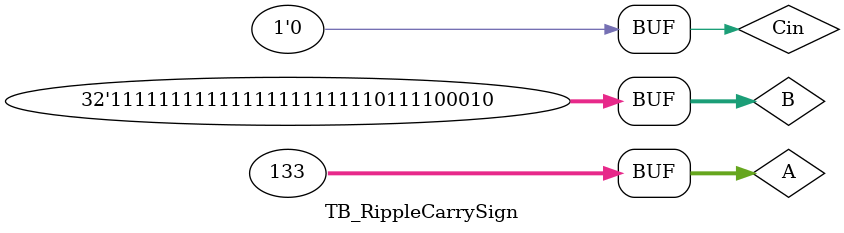
<source format=v>
module TB_RippleCarrySign();
parameter N=32;
reg [N-1:0]A,B;
reg Cin;
wire Cout;
//wire [N:0]Sum;
wire [N-1:0]Sum;

RippleCarrySign #(.N(N)) DUT1(.A(A),.B(B),.Sum(Sum),.Cin(Cin),.Cout(Cout));
initial begin

A=32'd153;B=32'd415;Cin=1'b0;
#10 A=32'd133;B=32'd542;Cin=1'b0;

#10 A=-32'd153;B=32'd415;Cin=1'b0;
#10 A=32'd133;B=-32'd542;Cin=1'b0;

end
endmodule
</source>
